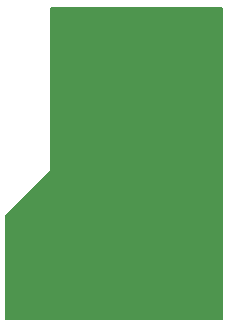
<source format=gbr>
G04 #@! TF.FileFunction,Copper,L2,Bot,Signal*
%FSLAX46Y46*%
G04 Gerber Fmt 4.6, Leading zero omitted, Abs format (unit mm)*
G04 Created by KiCad (PCBNEW 4.0.5) date 02/24/17 13:47:06*
%MOMM*%
%LPD*%
G01*
G04 APERTURE LIST*
%ADD10C,0.025400*%
%ADD11R,2.420000X5.080000*%
%ADD12C,0.970000*%
%ADD13R,0.460000X0.890000*%
%ADD14C,0.304800*%
%ADD15C,0.127000*%
G04 APERTURE END LIST*
D10*
D11*
X2478000Y3372700D03*
X11238000Y3372700D03*
D12*
X2478000Y6812700D03*
X11238000Y6812700D03*
D13*
X2478000Y6362700D03*
X11238000Y6362700D03*
D14*
X4762500Y26543000D03*
D15*
X18608040Y26733500D02*
X4177500Y26733500D01*
X18608040Y26657300D02*
X4177500Y26657300D01*
X18608040Y26581100D02*
X4177500Y26581100D01*
X18608040Y26504900D02*
X4177500Y26504900D01*
X18608040Y26428700D02*
X4177500Y26428700D01*
X18608040Y26352500D02*
X4177500Y26352500D01*
X18608040Y26276300D02*
X4177500Y26276300D01*
X18608040Y26200100D02*
X4177500Y26200100D01*
X18608040Y26123900D02*
X4177500Y26123900D01*
X18608040Y26047700D02*
X4177500Y26047700D01*
X18608040Y25971500D02*
X4177500Y25971500D01*
X18608040Y25895300D02*
X4177500Y25895300D01*
X18608040Y25819100D02*
X4177500Y25819100D01*
X18608040Y25742900D02*
X4177500Y25742900D01*
X18608040Y25666700D02*
X4177500Y25666700D01*
X18608040Y25590500D02*
X4177500Y25590500D01*
X18608040Y25514300D02*
X4177500Y25514300D01*
X18608040Y25438100D02*
X4177500Y25438100D01*
X18608040Y25361900D02*
X4177500Y25361900D01*
X18608040Y25285700D02*
X4177500Y25285700D01*
X18608040Y25209500D02*
X4177500Y25209500D01*
X18608040Y25133300D02*
X4177500Y25133300D01*
X18608040Y25057100D02*
X4177500Y25057100D01*
X18608040Y24980900D02*
X4177500Y24980900D01*
X18608040Y24904700D02*
X4177500Y24904700D01*
X18608040Y24828500D02*
X4177500Y24828500D01*
X18608040Y24752300D02*
X4177500Y24752300D01*
X18608040Y24676100D02*
X4177500Y24676100D01*
X18608040Y24599900D02*
X4177500Y24599900D01*
X18608040Y24523700D02*
X4177500Y24523700D01*
X18608040Y24447500D02*
X4177500Y24447500D01*
X18608040Y24371300D02*
X4177500Y24371300D01*
X18608040Y24295100D02*
X4177500Y24295100D01*
X18608040Y24218900D02*
X4177500Y24218900D01*
X18608040Y24142700D02*
X4177500Y24142700D01*
X18608040Y24066500D02*
X4177500Y24066500D01*
X18608040Y23990300D02*
X4177500Y23990300D01*
X18608040Y23914100D02*
X4177500Y23914100D01*
X18608040Y23837900D02*
X4177500Y23837900D01*
X18608040Y23761700D02*
X4177500Y23761700D01*
X18608040Y23685500D02*
X4177500Y23685500D01*
X18608040Y23609300D02*
X4177500Y23609300D01*
X18608040Y23533100D02*
X4177500Y23533100D01*
X18608040Y23456900D02*
X4177500Y23456900D01*
X18608040Y23380700D02*
X4177500Y23380700D01*
X18608040Y23304500D02*
X4177500Y23304500D01*
X18608040Y23228300D02*
X4177500Y23228300D01*
X18608040Y23152100D02*
X4177500Y23152100D01*
X18608040Y23075900D02*
X4177500Y23075900D01*
X18608040Y22999700D02*
X4177500Y22999700D01*
X18608040Y22923500D02*
X4177500Y22923500D01*
X18608040Y22847300D02*
X4177500Y22847300D01*
X18608040Y22771100D02*
X4177500Y22771100D01*
X18608040Y22694900D02*
X4177500Y22694900D01*
X18608040Y22618700D02*
X4177500Y22618700D01*
X18608040Y22542500D02*
X4177500Y22542500D01*
X18608040Y22466300D02*
X4177500Y22466300D01*
X18608040Y22390100D02*
X4177500Y22390100D01*
X18608040Y22313900D02*
X4177500Y22313900D01*
X18608040Y22237700D02*
X4177500Y22237700D01*
X18608040Y22161500D02*
X4177500Y22161500D01*
X18608040Y22085300D02*
X4177500Y22085300D01*
X18608040Y22009100D02*
X4177500Y22009100D01*
X18608040Y21932900D02*
X4177500Y21932900D01*
X18608040Y21856700D02*
X4177500Y21856700D01*
X18608040Y21780500D02*
X4177500Y21780500D01*
X18608040Y21704300D02*
X4177500Y21704300D01*
X18608040Y21628100D02*
X4177500Y21628100D01*
X18608040Y21551900D02*
X4177500Y21551900D01*
X18608040Y21475700D02*
X4177500Y21475700D01*
X18608040Y21399500D02*
X4177500Y21399500D01*
X18608040Y21323300D02*
X4177500Y21323300D01*
X18608040Y21247100D02*
X4177500Y21247100D01*
X18608040Y21170900D02*
X4177500Y21170900D01*
X18608040Y21094700D02*
X4177500Y21094700D01*
X18608040Y21018500D02*
X4177500Y21018500D01*
X18608040Y20942300D02*
X4177500Y20942300D01*
X18608040Y20866100D02*
X4177500Y20866100D01*
X18608040Y20789900D02*
X4177500Y20789900D01*
X18608040Y20713700D02*
X4177500Y20713700D01*
X18608040Y20637500D02*
X4177500Y20637500D01*
X18608040Y20561300D02*
X4177500Y20561300D01*
X18608040Y20485100D02*
X4177500Y20485100D01*
X18608040Y20408900D02*
X4177500Y20408900D01*
X18608040Y20332700D02*
X4177500Y20332700D01*
X18608040Y20256500D02*
X4177500Y20256500D01*
X18608040Y20180300D02*
X4177500Y20180300D01*
X18608040Y20104100D02*
X4177500Y20104100D01*
X18608040Y20027900D02*
X4177500Y20027900D01*
X18608040Y19951700D02*
X4177500Y19951700D01*
X18608040Y19875500D02*
X4177500Y19875500D01*
X18608040Y19799300D02*
X4177500Y19799300D01*
X18608040Y19723100D02*
X4177500Y19723100D01*
X18608040Y19646900D02*
X4177500Y19646900D01*
X18608040Y19570700D02*
X4177500Y19570700D01*
X18608040Y19494500D02*
X4177500Y19494500D01*
X18608040Y19418300D02*
X4177500Y19418300D01*
X18608040Y19342100D02*
X4177500Y19342100D01*
X18608040Y19265900D02*
X4177500Y19265900D01*
X18608040Y19189700D02*
X4177500Y19189700D01*
X18608040Y19113500D02*
X4177500Y19113500D01*
X18608040Y19037300D02*
X4177500Y19037300D01*
X18608040Y18961100D02*
X4177500Y18961100D01*
X18608040Y18884900D02*
X4177500Y18884900D01*
X18608040Y18808700D02*
X4177500Y18808700D01*
X18608040Y18732500D02*
X4177500Y18732500D01*
X18608040Y18656300D02*
X4177500Y18656300D01*
X18608040Y18580100D02*
X4177500Y18580100D01*
X18608040Y18503900D02*
X4177500Y18503900D01*
X18608040Y18427700D02*
X4177500Y18427700D01*
X18608040Y18351500D02*
X4177500Y18351500D01*
X18608040Y18275300D02*
X4177500Y18275300D01*
X18608040Y18199100D02*
X4177500Y18199100D01*
X18608040Y18122900D02*
X4177500Y18122900D01*
X18608040Y18046700D02*
X4177500Y18046700D01*
X18608040Y17970500D02*
X4177500Y17970500D01*
X18608040Y17894300D02*
X4177500Y17894300D01*
X18608040Y17818100D02*
X4177500Y17818100D01*
X18608040Y17741900D02*
X4177500Y17741900D01*
X18608040Y17665700D02*
X4177500Y17665700D01*
X18608040Y17589500D02*
X4177500Y17589500D01*
X18608040Y17513300D02*
X4177500Y17513300D01*
X18608040Y17437100D02*
X4177500Y17437100D01*
X18608040Y17360900D02*
X4177500Y17360900D01*
X18608040Y17284700D02*
X4177500Y17284700D01*
X18608040Y17208500D02*
X4177500Y17208500D01*
X18608040Y17132300D02*
X4177500Y17132300D01*
X18608040Y17056100D02*
X4177500Y17056100D01*
X18608040Y16979900D02*
X4177500Y16979900D01*
X18608040Y16903700D02*
X4177500Y16903700D01*
X18608040Y16827500D02*
X4177500Y16827500D01*
X18608040Y16751300D02*
X4177500Y16751300D01*
X18608040Y16675100D02*
X4177500Y16675100D01*
X18608040Y16598900D02*
X4177500Y16598900D01*
X18608040Y16522700D02*
X4177500Y16522700D01*
X18608040Y16446500D02*
X4177500Y16446500D01*
X18608040Y16370300D02*
X4177500Y16370300D01*
X18608040Y16294100D02*
X4177500Y16294100D01*
X18608040Y16217900D02*
X4177500Y16217900D01*
X18608040Y16141700D02*
X4177500Y16141700D01*
X18608040Y16065500D02*
X4177500Y16065500D01*
X18608040Y15989300D02*
X4177500Y15989300D01*
X18608040Y15913100D02*
X4177500Y15913100D01*
X18608040Y15836900D02*
X4177500Y15836900D01*
X18608040Y15760700D02*
X4177500Y15760700D01*
X18608040Y15684500D02*
X4177500Y15684500D01*
X18608040Y15608300D02*
X4177500Y15608300D01*
X18608040Y15532100D02*
X4177500Y15532100D01*
X18608040Y15455900D02*
X4177500Y15455900D01*
X18608040Y15379700D02*
X4177500Y15379700D01*
X18608040Y15303500D02*
X4177500Y15303500D01*
X18608040Y15227300D02*
X4177500Y15227300D01*
X18608040Y15151100D02*
X4177500Y15151100D01*
X18608040Y15074900D02*
X4177500Y15074900D01*
X18608040Y14998700D02*
X4177500Y14998700D01*
X18608040Y14922500D02*
X4177500Y14922500D01*
X18608040Y14846300D02*
X4177500Y14846300D01*
X18608040Y14770100D02*
X4177500Y14770100D01*
X18608040Y14693900D02*
X4177500Y14693900D01*
X18608040Y14617700D02*
X4177500Y14617700D01*
X18608040Y14541500D02*
X4177500Y14541500D01*
X18608040Y14465300D02*
X4177500Y14465300D01*
X18608040Y14389100D02*
X4177500Y14389100D01*
X18608040Y14312900D02*
X4177500Y14312900D01*
X18608040Y14236700D02*
X4177500Y14236700D01*
X18608040Y14160500D02*
X4177500Y14160500D01*
X18608040Y14084300D02*
X4177500Y14084300D01*
X18608040Y14008100D02*
X4177500Y14008100D01*
X18608040Y13931900D02*
X4177500Y13931900D01*
X18608040Y13855700D02*
X4177500Y13855700D01*
X18608040Y13779500D02*
X4177500Y13779500D01*
X18608040Y13703300D02*
X4177500Y13703300D01*
X18608040Y13627100D02*
X4177500Y13627100D01*
X18608040Y13550900D02*
X4177500Y13550900D01*
X18608040Y13474700D02*
X4177500Y13474700D01*
X18608040Y13398500D02*
X4177500Y13398500D01*
X18608040Y13322300D02*
X4177500Y13322300D01*
X18608040Y13246100D02*
X4177500Y13246100D01*
X18608040Y13169900D02*
X4177500Y13169900D01*
X18608040Y13093700D02*
X4177500Y13093700D01*
X18608040Y13017500D02*
X4164869Y13017500D01*
X18608040Y12941300D02*
X4149712Y12941300D01*
X18608040Y12865100D02*
X4099236Y12865100D01*
X18608040Y12788900D02*
X4037624Y12788900D01*
X18608040Y12712700D02*
X3961424Y12712700D01*
X18608040Y12636500D02*
X3885224Y12636500D01*
X18608040Y12560300D02*
X3809024Y12560300D01*
X18608040Y12484100D02*
X3732824Y12484100D01*
X18608040Y12407900D02*
X3656624Y12407900D01*
X18608040Y12331700D02*
X3580424Y12331700D01*
X18608040Y12255500D02*
X3504224Y12255500D01*
X18608040Y12179300D02*
X3428024Y12179300D01*
X18608040Y12103100D02*
X3351824Y12103100D01*
X18608040Y12026900D02*
X3275624Y12026900D01*
X18608040Y11950700D02*
X3199424Y11950700D01*
X18608040Y11874500D02*
X3123224Y11874500D01*
X18608040Y11798300D02*
X3047024Y11798300D01*
X18608040Y11722100D02*
X2970824Y11722100D01*
X18608040Y11645900D02*
X2894624Y11645900D01*
X18608040Y11569700D02*
X2818424Y11569700D01*
X18608040Y11493500D02*
X2742224Y11493500D01*
X18608040Y11417300D02*
X2666024Y11417300D01*
X18608040Y11341100D02*
X2589824Y11341100D01*
X18608040Y11264900D02*
X2513624Y11264900D01*
X18608040Y11188700D02*
X2437424Y11188700D01*
X18608040Y11112500D02*
X2361224Y11112500D01*
X18608040Y11036300D02*
X2285024Y11036300D01*
X18608040Y10960100D02*
X2208824Y10960100D01*
X18608040Y10883900D02*
X2132624Y10883900D01*
X18608040Y10807700D02*
X2056424Y10807700D01*
X18608040Y10731500D02*
X1980224Y10731500D01*
X18608040Y10655300D02*
X1904024Y10655300D01*
X18608040Y10579100D02*
X1827824Y10579100D01*
X18608040Y10502900D02*
X1751624Y10502900D01*
X18608040Y10426700D02*
X1675424Y10426700D01*
X18608040Y10350500D02*
X1599224Y10350500D01*
X18608040Y10274300D02*
X1523024Y10274300D01*
X18608040Y10198100D02*
X1446824Y10198100D01*
X18608040Y10121900D02*
X1370624Y10121900D01*
X18608040Y10045700D02*
X1294424Y10045700D01*
X18608040Y9969500D02*
X1218224Y9969500D01*
X18608040Y9893300D02*
X1142024Y9893300D01*
X18608040Y9817100D02*
X1065824Y9817100D01*
X18608040Y9740900D02*
X989624Y9740900D01*
X18608040Y9664700D02*
X913424Y9664700D01*
X18608040Y9588500D02*
X837224Y9588500D01*
X18608040Y9512300D02*
X761024Y9512300D01*
X18608040Y9436100D02*
X684824Y9436100D01*
X18608040Y9359900D02*
X608624Y9359900D01*
X18608040Y9283700D02*
X532424Y9283700D01*
X18608040Y9207500D02*
X456224Y9207500D01*
X18608040Y9131300D02*
X380024Y9131300D01*
X18608040Y9055100D02*
X367500Y9055100D01*
X18608040Y8978900D02*
X367500Y8978900D01*
X18608040Y8902700D02*
X367500Y8902700D01*
X18608040Y8826500D02*
X367500Y8826500D01*
X18608040Y8750300D02*
X367500Y8750300D01*
X18608040Y8674100D02*
X367500Y8674100D01*
X18608040Y8597900D02*
X367500Y8597900D01*
X18608040Y8521700D02*
X367500Y8521700D01*
X18608040Y8445500D02*
X367500Y8445500D01*
X18608040Y8369300D02*
X367500Y8369300D01*
X18608040Y8293100D02*
X367500Y8293100D01*
X18608040Y8216900D02*
X367500Y8216900D01*
X18608040Y8140700D02*
X367500Y8140700D01*
X18608040Y8064500D02*
X367500Y8064500D01*
X18608040Y7988300D02*
X367500Y7988300D01*
X18608040Y7912100D02*
X367500Y7912100D01*
X18608040Y7835900D02*
X367500Y7835900D01*
X18608040Y7759700D02*
X367500Y7759700D01*
X18608040Y7683500D02*
X367500Y7683500D01*
X18608040Y7607300D02*
X367500Y7607300D01*
X18608040Y7531100D02*
X367500Y7531100D01*
X18608040Y7454900D02*
X367500Y7454900D01*
X18608040Y7378700D02*
X367500Y7378700D01*
X18608040Y7302500D02*
X367500Y7302500D01*
X18608040Y7226300D02*
X367500Y7226300D01*
X18608040Y7150100D02*
X367500Y7150100D01*
X18608040Y7073900D02*
X367500Y7073900D01*
X18608040Y6997700D02*
X367500Y6997700D01*
X18608040Y6921500D02*
X367500Y6921500D01*
X18608040Y6845300D02*
X367500Y6845300D01*
X18608040Y6769100D02*
X367500Y6769100D01*
X18608040Y6692900D02*
X367500Y6692900D01*
X18608040Y6616700D02*
X367500Y6616700D01*
X18608040Y6540500D02*
X367500Y6540500D01*
X18608040Y6464300D02*
X367500Y6464300D01*
X18608040Y6388100D02*
X367500Y6388100D01*
X18608040Y6311900D02*
X367500Y6311900D01*
X18608040Y6235700D02*
X367500Y6235700D01*
X18608040Y6159500D02*
X367500Y6159500D01*
X18608040Y6083300D02*
X367500Y6083300D01*
X18608040Y6007100D02*
X367500Y6007100D01*
X18608040Y5930900D02*
X367500Y5930900D01*
X18608040Y5854700D02*
X367500Y5854700D01*
X18608040Y5778500D02*
X367500Y5778500D01*
X18608040Y5702300D02*
X367500Y5702300D01*
X18608040Y5626100D02*
X367500Y5626100D01*
X18608040Y5549900D02*
X367500Y5549900D01*
X18608040Y5473700D02*
X367500Y5473700D01*
X18608040Y5397500D02*
X367500Y5397500D01*
X18608040Y5321300D02*
X367500Y5321300D01*
X18608040Y5245100D02*
X367500Y5245100D01*
X18608040Y5168900D02*
X367500Y5168900D01*
X18608040Y5092700D02*
X367500Y5092700D01*
X18608040Y5016500D02*
X367500Y5016500D01*
X18608040Y4940300D02*
X367500Y4940300D01*
X18608040Y4864100D02*
X367500Y4864100D01*
X18608040Y4787900D02*
X367500Y4787900D01*
X18608040Y4711700D02*
X367500Y4711700D01*
X18608040Y4635500D02*
X367500Y4635500D01*
X18608040Y4559300D02*
X367500Y4559300D01*
X18608040Y4483100D02*
X367500Y4483100D01*
X18608040Y4406900D02*
X367500Y4406900D01*
X18608040Y4330700D02*
X367500Y4330700D01*
X18608040Y4254500D02*
X367500Y4254500D01*
X18608040Y4178300D02*
X367500Y4178300D01*
X18608040Y4102100D02*
X367500Y4102100D01*
X18608040Y4025900D02*
X367500Y4025900D01*
X18608040Y3949700D02*
X367500Y3949700D01*
X18608040Y3873500D02*
X367500Y3873500D01*
X18608040Y3797300D02*
X367500Y3797300D01*
X18608040Y3721100D02*
X367500Y3721100D01*
X18608040Y3644900D02*
X367500Y3644900D01*
X18608040Y3568700D02*
X367500Y3568700D01*
X18608040Y3492500D02*
X367500Y3492500D01*
X18608040Y3416300D02*
X367500Y3416300D01*
X18608040Y3340100D02*
X367500Y3340100D01*
X18608040Y3263900D02*
X367500Y3263900D01*
X18608040Y3187700D02*
X367500Y3187700D01*
X18608040Y3111500D02*
X367500Y3111500D01*
X18608040Y3035300D02*
X367500Y3035300D01*
X18608040Y2959100D02*
X367500Y2959100D01*
X18608040Y2882900D02*
X367500Y2882900D01*
X18608040Y2806700D02*
X367500Y2806700D01*
X18608040Y2730500D02*
X367500Y2730500D01*
X18608040Y2654300D02*
X367500Y2654300D01*
X18608040Y2578100D02*
X367500Y2578100D01*
X18608040Y2501900D02*
X367500Y2501900D01*
X18608040Y2425700D02*
X367500Y2425700D01*
X18608040Y2349500D02*
X367500Y2349500D01*
X18608040Y2273300D02*
X367500Y2273300D01*
X18608040Y2197100D02*
X367500Y2197100D01*
X18608040Y2120900D02*
X367500Y2120900D01*
X18608040Y2044700D02*
X367500Y2044700D01*
X18608040Y1968500D02*
X367500Y1968500D01*
X18608040Y1892300D02*
X367500Y1892300D01*
X18608040Y1816100D02*
X367500Y1816100D01*
X18608040Y1739900D02*
X367500Y1739900D01*
X18608040Y1663700D02*
X367500Y1663700D01*
X18608040Y1587500D02*
X367500Y1587500D01*
X18608040Y1511300D02*
X367500Y1511300D01*
X18608040Y1435100D02*
X367500Y1435100D01*
X18608040Y1358900D02*
X367500Y1358900D01*
X18608040Y1282700D02*
X367500Y1282700D01*
X18608040Y1206500D02*
X367500Y1206500D01*
X18608040Y1130300D02*
X367500Y1130300D01*
X18608040Y1054100D02*
X367500Y1054100D01*
X18608040Y977900D02*
X367500Y977900D01*
X18608040Y901700D02*
X367500Y901700D01*
X18608040Y825500D02*
X367500Y825500D01*
X18608040Y749300D02*
X367500Y749300D01*
X18608040Y673100D02*
X367500Y673100D01*
X18608040Y596900D02*
X367500Y596900D01*
X18608040Y520700D02*
X367500Y520700D01*
X18608040Y444500D02*
X367500Y444500D01*
X18608040Y368300D02*
X367500Y368300D01*
X18608040Y365760D02*
X367500Y365760D01*
X367500Y9118776D01*
X4069862Y12821138D01*
X4149526Y12940364D01*
X4177501Y13081000D01*
X4177500Y13081005D01*
X4177500Y26733500D01*
X18608040Y26733500D01*
X18608040Y365760D01*
M02*

</source>
